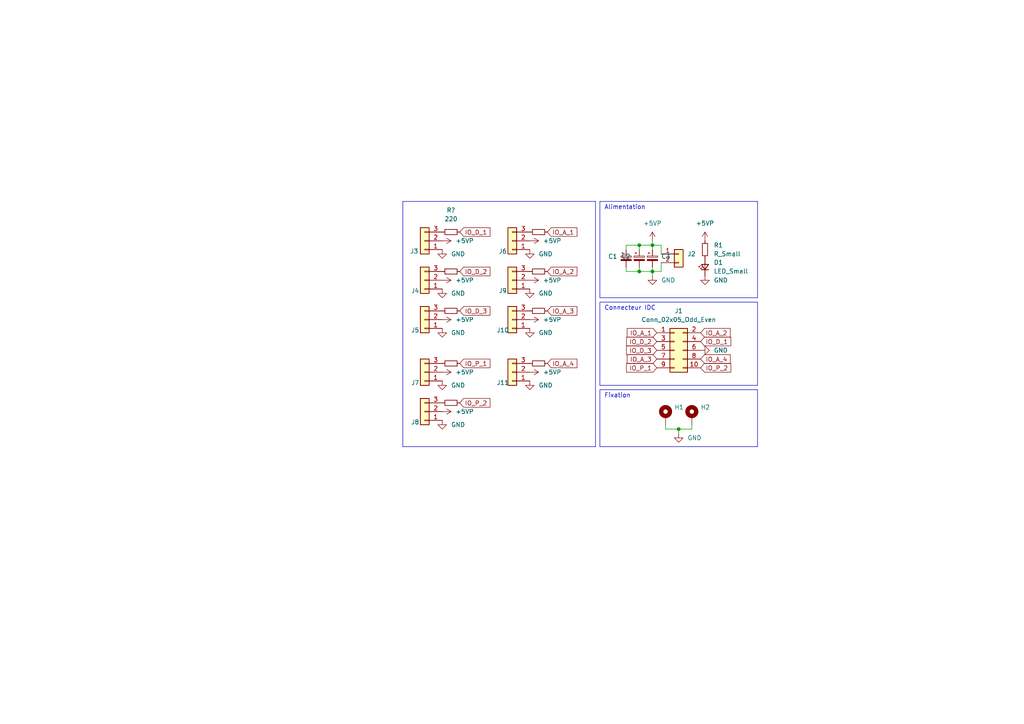
<source format=kicad_sch>
(kicad_sch (version 20230121) (generator eeschema)
  (paper "A4")
  (lib_symbols
    (symbol "Connector_Generic:Conn_01x02" (pin_names (offset 1.016) hide)
      (property "Reference" "J" (at 0 2.54 0))
      (property "Value" "Conn_01x02" (at 0 -5.08 0))
      (symbol "Conn_01x02_1_1"
        (rectangle (start -1.27 -2.413) (end 0 -2.667) (stroke (width 0.1524)))
        (rectangle (start -1.27 0.127) (end 0 -0.127) (stroke (width 0.1524)))
        (rectangle (start -1.27 1.27) (end 1.27 -3.81) (stroke (width 0.254)) (fill (type background)))
        (pin passive line (at -5.08 0 0) (length 3.81) (name "Pin_1") (number "1"))
        (pin passive line (at -5.08 -2.54 0) (length 3.81) (name "Pin_2") (number "2"))
      )
    )
    (symbol "Connector_Generic:Conn_01x03" (pin_names (offset 1.016) hide)
      (property "Reference" "J" (at 0 5.08 0))
      (property "Value" "Conn_01x03" (at 0 -5.08 0))
      (symbol "Conn_01x03_1_1"
        (rectangle (start -1.27 -2.413) (end 0 -2.667) (stroke (width 0.1524)))
        (rectangle (start -1.27 0.127) (end 0 -0.127) (stroke (width 0.1524)))
        (rectangle (start -1.27 2.667) (end 0 2.413) (stroke (width 0.1524)))
        (rectangle (start -1.27 3.81) (end 1.27 -3.81) (stroke (width 0.254)) (fill (type background)))
        (pin passive line (at -5.08 2.54 0) (length 3.81) (name "Pin_1") (number "1"))
        (pin passive line (at -5.08 0 0) (length 3.81) (name "Pin_2") (number "2"))
        (pin passive line (at -5.08 -2.54 0) (length 3.81) (name "Pin_3") (number "3"))
      )
    )
    (symbol "Connector_Generic:Conn_02x05_Odd_Even" (pin_names (offset 1.016) hide)
      (property "Reference" "J" (at 1.27 7.62 0))
      (property "Value" "Conn_02x05_Odd_Even" (at 1.27 -7.62 0))
      (symbol "Conn_02x05_Odd_Even_1_1"
        (rectangle (start -1.27 -4.953) (end 0 -5.207) (stroke (width 0.1524)))
        (rectangle (start -1.27 -2.413) (end 0 -2.667) (stroke (width 0.1524)))
        (rectangle (start -1.27 0.127) (end 0 -0.127) (stroke (width 0.1524)))
        (rectangle (start -1.27 2.667) (end 0 2.413) (stroke (width 0.1524)))
        (rectangle (start -1.27 5.207) (end 0 4.953) (stroke (width 0.1524)))
        (rectangle (start -1.27 6.35) (end 3.81 -6.35) (stroke (width 0.254)) (fill (type background)))
        (rectangle (start 3.81 -4.953) (end 2.54 -5.207) (stroke (width 0.1524)))
        (rectangle (start 3.81 -2.413) (end 2.54 -2.667) (stroke (width 0.1524)))
        (rectangle (start 3.81 0.127) (end 2.54 -0.127) (stroke (width 0.1524)))
        (rectangle (start 3.81 2.667) (end 2.54 2.413) (stroke (width 0.1524)))
        (rectangle (start 3.81 5.207) (end 2.54 4.953) (stroke (width 0.1524)))
        (pin passive line (at -5.08 5.08 0) (length 3.81) (name "Pin_1") (number "1"))
        (pin passive line (at 7.62 -5.08 180) (length 3.81) (name "Pin_10") (number "10"))
        (pin passive line (at 7.62 5.08 180) (length 3.81) (name "Pin_2") (number "2"))
        (pin passive line (at -5.08 2.54 0) (length 3.81) (name "Pin_3") (number "3"))
        (pin passive line (at 7.62 2.54 180) (length 3.81) (name "Pin_4") (number "4"))
        (pin passive line (at -5.08 0 0) (length 3.81) (name "Pin_5") (number "5"))
        (pin passive line (at 7.62 0 180) (length 3.81) (name "Pin_6") (number "6"))
        (pin passive line (at -5.08 -2.54 0) (length 3.81) (name "Pin_7") (number "7"))
        (pin passive line (at 7.62 -2.54 180) (length 3.81) (name "Pin_8") (number "8"))
        (pin passive line (at -5.08 -5.08 0) (length 3.81) (name "Pin_9") (number "9"))
      )
    )
    (symbol "Device:C_Polarized_Small" (pin_numbers hide) (pin_names (offset 0.254) hide)
      (property "Reference" "C" (at 0.254 1.778 0))
      (property "Value" "C_Polarized_Small" (at 0.254 -2.032 0))
      (symbol "C_Polarized_Small_0_1"
        (rectangle (start -1.524 -0.3048) (end 1.524 -0.6858) (fill (type outline)))
        (rectangle (start -1.524 0.6858) (end 1.524 0.3048))
        (polyline (pts (xy -1.27 1.524) (xy -0.762 1.524)))
        (polyline (pts (xy -1.016 1.27) (xy -1.016 1.778)))
      )
      (symbol "C_Polarized_Small_1_1"
        (pin passive line (at 0 2.54 270) (length 1.8542) (name "~") (number "1"))
        (pin passive line (at 0 -2.54 90) (length 1.8542) (name "~") (number "2"))
      )
    )
    (symbol "Device:LED_Small" (pin_numbers hide) (pin_names (offset 0.254) hide)
      (property "Reference" "D" (at -1.27 3.175 0))
      (property "Value" "LED_Small" (at -4.445 -2.54 0))
      (symbol "LED_Small_0_1"
        (polyline (pts (xy -0.762 -1.016) (xy -0.762 1.016)) (stroke (width 0.254)))
        (polyline (pts (xy 1.016 0) (xy -0.762 0)))
        (polyline (pts (xy 0.762 -1.016) (xy -0.762 0) (xy 0.762 1.016) (xy 0.762 -1.016)) (stroke (width 0.254)))
        (polyline (pts (xy 0 0.762) (xy -0.508 1.27) (xy -0.254 1.27) (xy -0.508 1.27) (xy -0.508 1.016)))
        (polyline (pts (xy 0.508 1.27) (xy 0 1.778) (xy 0.254 1.778) (xy 0 1.778) (xy 0 1.524)))
      )
      (symbol "LED_Small_1_1"
        (pin passive line (at -2.54 0 0) (length 1.778) (name "K") (number "1"))
        (pin passive line (at 2.54 0 180) (length 1.778) (name "A") (number "2"))
      )
    )
    (symbol "Device:R_Small" (pin_numbers hide) (pin_names (offset 0.254) hide)
      (property "Reference" "R" (at 0.762 0.508 0))
      (property "Value" "R_Small" (at 0.762 -1.016 0))
      (symbol "R_Small_0_1"
        (rectangle (start -0.762 1.778) (end 0.762 -1.778) (stroke (width 0.2032)))
      )
      (symbol "R_Small_1_1"
        (pin passive line (at 0 2.54 270) (length 0.762) (name "~") (number "1"))
        (pin passive line (at 0 -2.54 90) (length 0.762) (name "~") (number "2"))
      )
    )
    (symbol "Mechanical:MountingHole_Pad" (pin_numbers hide) (pin_names (offset 1.016) hide)
      (property "Reference" "H" (at 0 6.35 0))
      (property "Value" "MountingHole_Pad" (at 0 4.445 0))
      (symbol "MountingHole_Pad_0_1"
        (circle (center 0 1.27) (radius 1.27) (stroke (width 1.27)))
      )
      (symbol "MountingHole_Pad_1_1"
        (pin input line (at 0 -2.54 90) (length 2.54) (name "1") (number "1"))
      )
    )
    (symbol "power:+5VP" (power) (pin_names (offset 0))
      (property "Value" "+5VP" (at 0 3.556 0))
      (symbol "+5VP_0_1"
        (polyline (pts (xy -0.762 1.27) (xy 0 2.54)))
        (polyline (pts (xy 0 0) (xy 0 2.54)))
        (polyline (pts (xy 0 2.54) (xy 0.762 1.27)))
      )
      (symbol "+5VP_1_1"
        (pin power_in line (at 0 0 90) (length 0) hide (name "+5VP") (number "1"))
      )
    )
    (symbol "power:GND" (power) (pin_names (offset 0))
      (property "Value" "GND" (at 0 -3.81 0))
      (symbol "GND_0_1"
        (polyline (pts (xy 0 0) (xy 0 -1.27) (xy 1.27 -1.27) (xy 0 -2.54) (xy -1.27 -1.27) (xy 0 -1.27)))
      )
      (symbol "GND_1_1"
        (pin power_in line (at 0 0 270) (length 0) hide (name "GND") (number "1"))
      )
    )
  )
  (junction (at 185.42 71.12))
  (junction (at 196.85 124.46))
  (junction (at 189.23 78.74))
  (junction (at 185.42 78.74))
  (junction (at 189.23 71.12))
  (wire (pts (xy 185.42 71.12) (xy 189.23 71.12)))
  (polyline (pts (xy 219.71 58.42) (xy 219.71 86.36)))
  (polyline (pts (xy 116.84 129.54) (xy 116.84 58.42)))
  (wire (pts (xy 181.61 77.47) (xy 181.61 78.74)))
  (polyline (pts (xy 173.99 58.42) (xy 173.99 86.36)))
  (wire (pts (xy 185.42 72.39) (xy 185.42 71.12)))
  (wire (pts (xy 191.77 78.74) (xy 189.23 78.74)))
  (wire (pts (xy 189.23 71.12) (xy 189.23 72.39)))
  (polyline (pts (xy 173.99 87.63) (xy 219.71 87.63)))
  (polyline (pts (xy 219.71 87.63) (xy 219.71 111.76)))
  (polyline (pts (xy 219.71 86.36) (xy 173.99 86.36)))
  (wire (pts (xy 185.42 78.74) (xy 189.23 78.74)))
  (wire (pts (xy 196.85 124.46) (xy 200.66 124.46)))
  (wire (pts (xy 191.77 76.2) (xy 191.77 78.74)))
  (wire (pts (xy 189.23 78.74) (xy 189.23 80.01)))
  (wire (pts (xy 181.61 78.74) (xy 185.42 78.74)))
  (wire (pts (xy 193.04 124.46) (xy 196.85 124.46)))
  (polyline (pts (xy 172.72 129.54) (xy 116.84 129.54)))
  (wire (pts (xy 189.23 77.47) (xy 189.23 78.74)))
  (wire (pts (xy 181.61 71.12) (xy 185.42 71.12)))
  (polyline (pts (xy 173.99 113.03) (xy 219.71 113.03)))
  (wire (pts (xy 200.66 124.46) (xy 200.66 123.19)))
  (wire (pts (xy 196.85 124.46) (xy 196.85 125.73)))
  (polyline (pts (xy 219.71 129.54) (xy 173.99 129.54)))
  (wire (pts (xy 191.77 73.66) (xy 191.77 71.12)))
  (wire (pts (xy 181.61 72.39) (xy 181.61 71.12)))
  (polyline (pts (xy 173.99 58.42) (xy 219.71 58.42)))
  (polyline (pts (xy 173.99 113.03) (xy 173.99 129.54)))
  (polyline (pts (xy 116.84 58.42) (xy 172.72 58.42)))
  (polyline (pts (xy 219.71 111.76) (xy 173.99 111.76)))
  (wire (pts (xy 189.23 69.85) (xy 189.23 71.12)))
  (polyline (pts (xy 173.99 87.63) (xy 173.99 111.76)))
  (wire (pts (xy 193.04 123.19) (xy 193.04 124.46)))
  (wire (pts (xy 189.23 71.12) (xy 191.77 71.12)))
  (polyline (pts (xy 172.72 58.42) (xy 172.72 129.54)))
  (wire (pts (xy 185.42 77.47) (xy 185.42 78.74)))
  (polyline (pts (xy 219.71 113.03) (xy 219.71 129.54)))
  (text "Alimentation" (at 175.26 60.96 0) (effects (font (size 1.27 1.27)) (justify left bottom)))
  (text "Fixation" (at 175.26 115.57 0) (effects (font (size 1.27 1.27)) (justify left bottom)))
  (text "Connecteur IDC" (at 175.26 90.17 0) (effects (font (size 1.27 1.27)) (justify left bottom)))
  (global_label "IO_D_2" (shape input) (at 133.35 78.74 0) (property "Intersheetrefs" "${INTERSHEET_REFS}" (effects hide)))
  (global_label "IO_D_1" (shape input) (at 203.2 99.06 0) (property "Intersheetrefs" "${INTERSHEET_REFS}" (effects hide)))
  (global_label "IO_D_3" (shape input) (at 190.5 101.6 180) (property "Intersheetrefs" "${INTERSHEET_REFS}" (effects hide)))
  (global_label "IO_A_2" (shape input) (at 203.2 96.52 0) (property "Intersheetrefs" "${INTERSHEET_REFS}" (effects hide)))
  (global_label "IO_P_1" (shape input) (at 190.5 106.68 180) (property "Intersheetrefs" "${INTERSHEET_REFS}" (effects hide)))
  (global_label "IO_D_2" (shape input) (at 190.5 99.06 180) (property "Intersheetrefs" "${INTERSHEET_REFS}" (effects hide)))
  (global_label "IO_P_2" (shape input) (at 203.2 106.68 0) (property "Intersheetrefs" "${INTERSHEET_REFS}" (effects hide)))
  (global_label "IO_A_4" (shape input) (at 203.2 104.14 0) (property "Intersheetrefs" "${INTERSHEET_REFS}" (effects hide)))
  (global_label "IO_D_3" (shape input) (at 133.35 90.17 0) (property "Intersheetrefs" "${INTERSHEET_REFS}" (effects hide)))
  (global_label "IO_A_3" (shape input) (at 190.5 104.14 180) (property "Intersheetrefs" "${INTERSHEET_REFS}" (effects hide)))
  (global_label "IO_P_2" (shape input) (at 133.35 116.84 0) (property "Intersheetrefs" "${INTERSHEET_REFS}" (effects hide)))
  (global_label "IO_P_1" (shape input) (at 133.35 105.41 0) (property "Intersheetrefs" "${INTERSHEET_REFS}" (effects hide)))
  (global_label "IO_A_1" (shape input) (at 158.75 67.31 0) (property "Intersheetrefs" "${INTERSHEET_REFS}" (effects hide)))
  (global_label "IO_A_1" (shape input) (at 190.5 96.52 180) (property "Intersheetrefs" "${INTERSHEET_REFS}" (effects hide)))
  (global_label "IO_A_2" (shape input) (at 158.75 78.74 0) (property "Intersheetrefs" "${INTERSHEET_REFS}" (effects hide)))
  (global_label "IO_D_1" (shape input) (at 133.35 67.31 0) (property "Intersheetrefs" "${INTERSHEET_REFS}" (effects hide)))
  (global_label "IO_A_4" (shape input) (at 158.75 105.41 0) (property "Intersheetrefs" "${INTERSHEET_REFS}" (effects hide)))
  (global_label "IO_A_3" (shape input) (at 158.75 90.17 0) (property "Intersheetrefs" "${INTERSHEET_REFS}" (effects hide)))
  (symbol (lib_id "power:+5VP") (at 153.67 69.85 270) (unit 1)
    (property "Reference" "#PWR0110" (effects hide))
    (property "Value" "+5VP" (at 157.48 69.8499 90) (effects (justify left)))
  )
  (symbol (lib_id "Device:R_Small") (at 130.81 90.17 90) (unit 1)
    (property "Reference" "R?" (effects hide))
    (property "Value" "220" (effects hide))
    (property "Footprint" "Resistor_SMD:R_1206_3216Metric_Pad1.30x1.75mm_HandSolder" (effects hide))
  )
  (symbol (lib_id "power:GND") (at 196.85 125.73 0) (unit 1)
    (property "Reference" "#PWR0106" (effects hide))
    (property "Value" "GND" (at 199.39 126.9999 0) (effects (justify left)))
  )
  (symbol (lib_id "Connector_Generic:Conn_01x03") (at 123.19 81.28 180) (unit 1)
    (property "Reference" "J4" (at 120.4274 84.3255 0))
    (property "Value" "Conn_01x03" (effects hide))
    (property "Footprint" "Footprints:PinHeader_3x01_P2.54mm_Horizontal" (effects hide))
  )
  (symbol (lib_id "Device:R_Small") (at 204.47 72.39 0) (unit 1)
    (property "Reference" "R1" (at 207.01 71.1199 0) (effects (justify left)))
    (property "Value" "R_Small" (at 207.01 73.6599 0) (effects (justify left)))
    (property "Footprint" "Resistor_SMD:R_1206_3216Metric_Pad1.30x1.75mm_HandSolder" (effects hide))
  )
  (symbol (lib_id "Connector_Generic:Conn_01x03") (at 123.19 119.38 180) (unit 1)
    (property "Reference" "J8" (at 120.4274 122.4255 0))
    (property "Value" "Conn_01x03" (effects hide))
    (property "Footprint" "Footprints:PinHeader_3x01_P2.54mm_Horizontal" (effects hide))
  )
  (symbol (lib_id "power:+5VP") (at 128.27 92.71 270) (unit 1)
    (property "Reference" "#PWR0107" (effects hide))
    (property "Value" "+5VP" (at 132.08 92.7099 90) (effects (justify left)))
  )
  (symbol (lib_id "Connector_Generic:Conn_01x02") (at 196.85 73.66 0) (unit 1)
    (property "Reference" "J2" (at 199.39 73.6599 0) (effects (justify left)))
    (property "Value" "Conn_01x02" (effects hide))
    (property "Footprint" "Connector_Molex:Molex_KK-396_A-41791-0002_1x02_P3.96mm_Vertical" (effects hide))
  )
  (symbol (lib_id "power:GND") (at 203.2 101.6 90) (unit 1)
    (property "Reference" "#PWR0102" (effects hide))
    (property "Value" "GND" (at 207.01 101.5999 90) (effects (justify right)))
  )
  (symbol (lib_id "power:+5VP") (at 128.27 107.95 270) (unit 1)
    (property "Reference" "#PWR0116" (effects hide))
    (property "Value" "+5VP" (at 132.08 107.9499 90) (effects (justify left)))
  )
  (symbol (lib_id "Device:R_Small") (at 156.21 105.41 90) (unit 1)
    (property "Reference" "R?" (effects hide))
    (property "Value" "220" (effects hide))
    (property "Footprint" "Resistor_SMD:R_1206_3216Metric_Pad1.30x1.75mm_HandSolder" (effects hide))
  )
  (symbol (lib_id "power:GND") (at 153.67 72.39 0) (unit 1)
    (property "Reference" "#PWR0109" (effects hide))
    (property "Value" "GND" (at 156.21 73.6599 0) (effects (justify left)))
  )
  (symbol (lib_id "Device:R_Small") (at 156.21 78.74 90) (unit 1)
    (property "Reference" "R?" (effects hide))
    (property "Value" "220" (effects hide))
    (property "Footprint" "Resistor_SMD:R_1206_3216Metric_Pad1.30x1.75mm_HandSolder" (effects hide))
  )
  (symbol (lib_id "Device:C_Polarized_Small") (at 181.61 74.93 0) (unit 1)
    (property "Reference" "C1" (at 179.07 74.3838 0) (effects (justify right)))
    (property "Value" "C_Polarized_Small" (effects hide))
    (property "Footprint" "Capacitor_THT:CP_Radial_D10.0mm_P5.00mm" (effects hide))
  )
  (symbol (lib_id "Connector_Generic:Conn_01x03") (at 123.19 92.71 180) (unit 1)
    (property "Reference" "J5" (at 120.4274 95.7555 0))
    (property "Value" "Conn_01x03" (effects hide))
    (property "Footprint" "Footprints:PinHeader_3x01_P2.54mm_Horizontal" (effects hide))
  )
  (symbol (lib_id "Device:R_Small") (at 156.21 90.17 90) (unit 1)
    (property "Reference" "R?" (effects hide))
    (property "Value" "220" (effects hide))
    (property "Footprint" "Resistor_SMD:R_1206_3216Metric_Pad1.30x1.75mm_HandSolder" (effects hide))
  )
  (symbol (lib_id "power:+5VP") (at 128.27 81.28 270) (unit 1)
    (property "Reference" "#PWR0114" (effects hide))
    (property "Value" "+5VP" (at 132.08 81.2799 90) (effects (justify left)))
  )
  (symbol (lib_id "power:+5VP") (at 153.67 81.28 270) (unit 1)
    (property "Reference" "#PWR0123" (effects hide))
    (property "Value" "+5VP" (at 157.48 81.2799 90) (effects (justify left)))
  )
  (symbol (lib_id "power:GND") (at 128.27 121.92 0) (unit 1)
    (property "Reference" "#PWR0120" (effects hide))
    (property "Value" "GND" (at 130.81 123.1899 0) (effects (justify left)))
  )
  (symbol (lib_id "power:+5VP") (at 153.67 92.71 270) (unit 1)
    (property "Reference" "#PWR0117" (effects hide))
    (property "Value" "+5VP" (at 157.48 92.7099 90) (effects (justify left)))
  )
  (symbol (lib_id "Mechanical:MountingHole_Pad") (at 200.66 120.65 0) (unit 1)
    (property "Reference" "H2" (at 203.2 118.1099 0) (effects (justify left)))
    (property "Value" "MountingHole_Pad" (effects hide))
    (property "Footprint" "MountingHole:MountingHole_3.2mm_M3_Pad_Via" (effects hide))
  )
  (symbol (lib_id "Device:C_Polarized_Small") (at 189.23 74.93 0) (unit 1)
    (property "Reference" "C3" (at 191.77 74.3838 0) (effects (justify left)))
    (property "Value" "C_Polarized_Small" (effects hide))
    (property "Footprint" "Capacitor_THT:CP_Radial_D5.0mm_P2.00mm" (effects hide))
  )
  (symbol (lib_id "power:GND") (at 128.27 72.39 0) (unit 1)
    (property "Reference" "#PWR0111" (effects hide))
    (property "Value" "GND" (at 130.81 73.6599 0) (effects (justify left)))
  )
  (symbol (lib_id "power:+5VP") (at 204.47 69.85 0) (unit 1)
    (property "Reference" "#PWR0104" (effects hide))
    (property "Value" "+5VP" (at 204.47 64.77 0))
  )
  (symbol (lib_id "power:GND") (at 128.27 95.25 0) (unit 1)
    (property "Reference" "#PWR0108" (effects hide))
    (property "Value" "GND" (at 130.81 96.5199 0) (effects (justify left)))
  )
  (symbol (lib_id "Connector_Generic:Conn_01x03") (at 148.59 92.71 180) (unit 1)
    (property "Reference" "J10" (at 145.8274 95.7555 0))
    (property "Value" "Conn_01x03" (effects hide))
    (property "Footprint" "Footprints:PinHeader_3x01_P2.54mm_Horizontal" (effects hide))
  )
  (symbol (lib_id "Connector_Generic:Conn_01x03") (at 148.59 107.95 180) (unit 1)
    (property "Reference" "J11" (at 145.8274 110.9955 0))
    (property "Value" "Conn_01x03" (effects hide))
    (property "Footprint" "Footprints:PinHeader_3x01_P2.54mm_Horizontal" (effects hide))
  )
  (symbol (lib_id "power:GND") (at 128.27 83.82 0) (unit 1)
    (property "Reference" "#PWR0113" (effects hide))
    (property "Value" "GND" (at 130.81 85.0899 0) (effects (justify left)))
  )
  (symbol (lib_id "Connector_Generic:Conn_01x03") (at 123.19 107.95 180) (unit 1)
    (property "Reference" "J7" (at 120.4274 110.9955 0))
    (property "Value" "Conn_01x03" (effects hide))
    (property "Footprint" "Footprints:PinHeader_3x01_P2.54mm_Horizontal" (effects hide))
  )
  (symbol (lib_id "power:GND") (at 189.23 80.01 0) (unit 1)
    (property "Reference" "#PWR0103" (effects hide))
    (property "Value" "GND" (at 191.77 81.2799 0) (effects (justify left)))
  )
  (symbol (lib_id "Device:C_Polarized_Small") (at 185.42 74.93 0) (unit 1)
    (property "Reference" "C2" (at 182.88 74.3838 0) (effects (justify right)))
    (property "Value" "C_Polarized_Small" (effects hide))
    (property "Footprint" "Capacitor_THT:CP_Radial_D8.0mm_P3.80mm" (effects hide))
  )
  (symbol (lib_id "power:GND") (at 153.67 110.49 0) (unit 1)
    (property "Reference" "#PWR0115" (effects hide))
    (property "Value" "GND" (at 156.21 111.7599 0) (effects (justify left)))
  )
  (symbol (lib_id "Device:R_Small") (at 156.21 67.31 90) (unit 1)
    (property "Reference" "R?" (effects hide))
    (property "Value" "220" (effects hide))
    (property "Footprint" "Resistor_SMD:R_1206_3216Metric_Pad1.30x1.75mm_HandSolder" (effects hide))
  )
  (symbol (lib_id "Device:R_Small") (at 130.81 105.41 90) (unit 1)
    (property "Reference" "R?" (effects hide))
    (property "Value" "220" (effects hide))
    (property "Footprint" "Resistor_SMD:R_1206_3216Metric_Pad1.30x1.75mm_HandSolder" (effects hide))
  )
  (symbol (lib_id "Connector_Generic:Conn_02x05_Odd_Even") (at 195.58 101.6 0) (unit 1)
    (property "Reference" "J1" (at 196.85 90.17 0))
    (property "Value" "Conn_02x05_Odd_Even" (at 196.85 92.71 0))
    (property "Footprint" "Connector_IDC:IDC-Header_2x05_P2.54mm_Vertical" (effects hide))
  )
  (symbol (lib_id "Device:LED_Small") (at 204.47 77.47 90) (unit 1)
    (property "Reference" "D1" (at 207.01 76.1364 90) (effects (justify right)))
    (property "Value" "LED_Small" (at 207.01 78.6764 90) (effects (justify right)))
    (property "Footprint" "LED_SMD:LED_1206_3216Metric_Pad1.42x1.75mm_HandSolder" (effects hide))
  )
  (symbol (lib_id "Device:R_Small") (at 130.81 78.74 90) (unit 1)
    (property "Reference" "R?" (effects hide))
    (property "Value" "220" (effects hide))
    (property "Footprint" "Resistor_SMD:R_1206_3216Metric_Pad1.30x1.75mm_HandSolder" (effects hide))
  )
  (symbol (lib_id "power:+5VP") (at 128.27 119.38 270) (unit 1)
    (property "Reference" "#PWR0121" (effects hide))
    (property "Value" "+5VP" (at 132.08 119.3799 90) (effects (justify left)))
  )
  (symbol (lib_id "Mechanical:MountingHole_Pad") (at 193.04 120.65 0) (unit 1)
    (property "Reference" "H1" (at 195.58 118.1099 0) (effects (justify left)))
    (property "Value" "MountingHole_Pad" (effects hide))
    (property "Footprint" "MountingHole:MountingHole_3.2mm_M3_Pad_Via" (effects hide))
  )
  (symbol (lib_id "power:GND") (at 204.47 80.01 0) (unit 1)
    (property "Reference" "#PWR0105" (effects hide))
    (property "Value" "GND" (at 207.01 81.2799 0) (effects (justify left)))
  )
  (symbol (lib_id "power:GND") (at 128.27 110.49 0) (unit 1)
    (property "Reference" "#PWR0122" (effects hide))
    (property "Value" "GND" (at 130.81 111.7599 0) (effects (justify left)))
  )
  (symbol (lib_id "Connector_Generic:Conn_01x03") (at 123.19 69.85 180) (unit 1)
    (property "Reference" "J3" (at 120.1414 72.8723 0))
    (property "Value" "Conn_01x03" (effects hide))
    (property "Footprint" "Footprints:PinHeader_3x01_P2.54mm_Horizontal" (effects hide))
  )
  (symbol (lib_id "power:+5VP") (at 153.67 107.95 270) (unit 1)
    (property "Reference" "#PWR0119" (effects hide))
    (property "Value" "+5VP" (at 157.48 107.9499 90) (effects (justify left)))
  )
  (symbol (lib_id "power:GND") (at 153.67 83.82 0) (unit 1)
    (property "Reference" "#PWR0124" (effects hide))
    (property "Value" "GND" (at 156.21 85.0899 0) (effects (justify left)))
  )
  (symbol (lib_id "Connector_Generic:Conn_01x03") (at 148.59 81.28 180) (unit 1)
    (property "Reference" "J9" (at 145.8274 84.3255 0))
    (property "Value" "Conn_01x03" (effects hide))
    (property "Footprint" "Footprints:PinHeader_3x01_P2.54mm_Horizontal" (effects hide))
  )
  (symbol (lib_id "power:GND") (at 153.67 95.25 0) (unit 1)
    (property "Reference" "#PWR0118" (effects hide))
    (property "Value" "GND" (at 156.21 96.5199 0) (effects (justify left)))
  )
  (symbol (lib_id "power:+5VP") (at 128.27 69.85 270) (unit 1)
    (property "Reference" "#PWR0112" (effects hide))
    (property "Value" "+5VP" (at 132.08 69.8499 90) (effects (justify left)))
  )
  (symbol (lib_id "Connector_Generic:Conn_01x03") (at 148.59 69.85 180) (unit 1)
    (property "Reference" "J6" (at 145.8274 72.8955 0))
    (property "Value" "Conn_01x03" (effects hide))
    (property "Footprint" "Footprints:PinHeader_3x01_P2.54mm_Horizontal" (effects hide))
  )
  (symbol (lib_id "power:+5VP") (at 189.23 69.85 0) (unit 1)
    (property "Reference" "#PWR0101" (effects hide))
    (property "Value" "+5VP" (at 189.23 64.77 0))
  )
  (symbol (lib_id "Device:R_Small") (at 130.81 116.84 90) (unit 1)
    (property "Reference" "R?" (effects hide))
    (property "Value" "220" (effects hide))
    (property "Footprint" "Resistor_SMD:R_1206_3216Metric_Pad1.30x1.75mm_HandSolder" (effects hide))
  )
  (symbol (lib_id "Device:R_Small") (at 130.81 67.31 90) (unit 1)
    (property "Reference" "R?" (at 130.81 60.96 90))
    (property "Value" "220" (at 130.81 63.5 90))
    (property "Footprint" "Resistor_SMD:R_1206_3216Metric_Pad1.30x1.75mm_HandSolder" (effects hide))
  )
)
</source>
